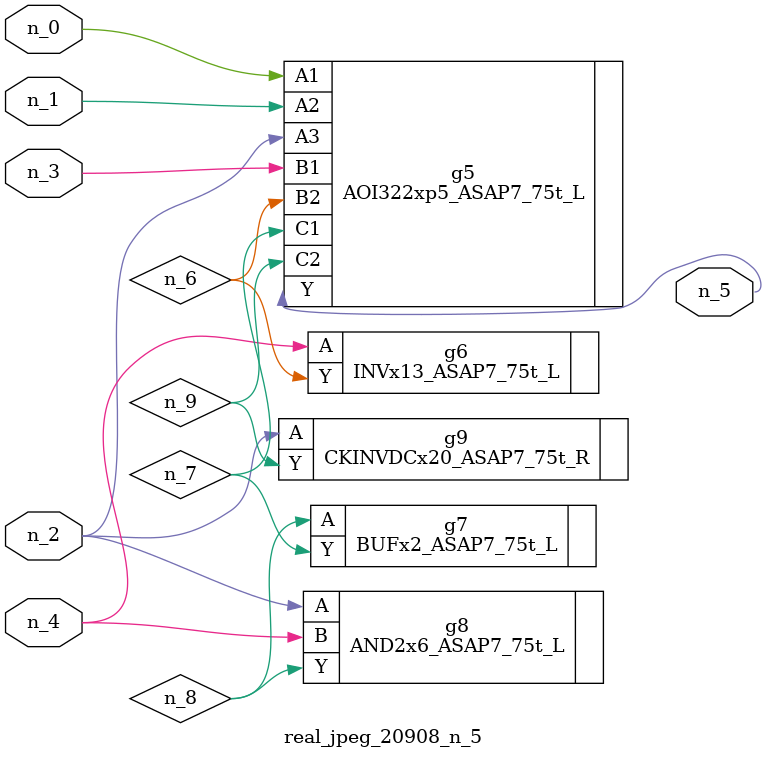
<source format=v>
module real_jpeg_20908_n_5 (n_4, n_0, n_1, n_2, n_3, n_5);

input n_4;
input n_0;
input n_1;
input n_2;
input n_3;

output n_5;

wire n_8;
wire n_6;
wire n_7;
wire n_9;

AOI322xp5_ASAP7_75t_L g5 ( 
.A1(n_0),
.A2(n_1),
.A3(n_2),
.B1(n_3),
.B2(n_6),
.C1(n_7),
.C2(n_9),
.Y(n_5)
);

AND2x6_ASAP7_75t_L g8 ( 
.A(n_2),
.B(n_4),
.Y(n_8)
);

CKINVDCx20_ASAP7_75t_R g9 ( 
.A(n_2),
.Y(n_9)
);

INVx13_ASAP7_75t_L g6 ( 
.A(n_4),
.Y(n_6)
);

BUFx2_ASAP7_75t_L g7 ( 
.A(n_8),
.Y(n_7)
);


endmodule
</source>
